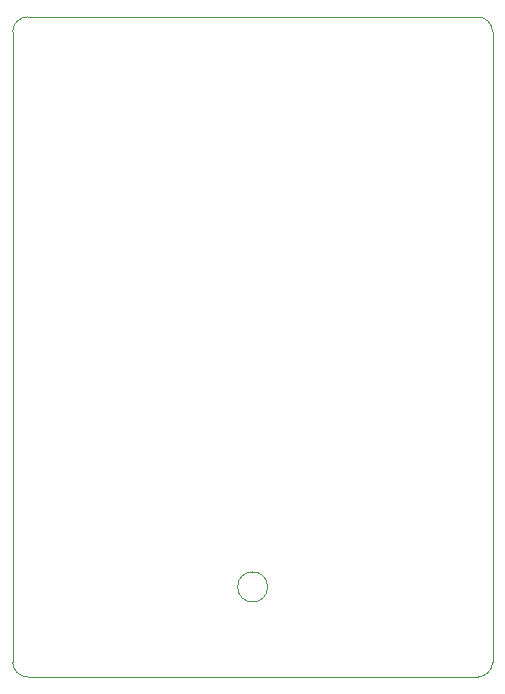
<source format=gbr>
%TF.GenerationSoftware,KiCad,Pcbnew,(5.1.9)-1*%
%TF.CreationDate,2021-09-08T22:39:26+09:00*%
%TF.ProjectId,esp-prog-adator,6573702d-7072-46f6-972d-616461746f72,rev?*%
%TF.SameCoordinates,Original*%
%TF.FileFunction,Profile,NP*%
%FSLAX46Y46*%
G04 Gerber Fmt 4.6, Leading zero omitted, Abs format (unit mm)*
G04 Created by KiCad (PCBNEW (5.1.9)-1) date 2021-09-08 22:39:26*
%MOMM*%
%LPD*%
G01*
G04 APERTURE LIST*
%TA.AperFunction,Profile*%
%ADD10C,0.100000*%
%TD*%
%TA.AperFunction,Profile*%
%ADD11C,0.050000*%
%TD*%
G04 APERTURE END LIST*
D10*
X119380000Y-120650000D02*
G75*
G02*
X118110000Y-121920000I-1270000J0D01*
G01*
X80010000Y-121920000D02*
G75*
G02*
X78740000Y-120650000I0J1270000D01*
G01*
X78740000Y-67310000D02*
G75*
G02*
X80010000Y-66040000I1270000J0D01*
G01*
X118110000Y-66040000D02*
G75*
G02*
X119380000Y-67310000I0J-1270000D01*
G01*
X78740000Y-120650000D02*
X78740000Y-67310000D01*
D11*
X100330000Y-114300000D02*
G75*
G03*
X100330000Y-114300000I-1270000J0D01*
G01*
D10*
X119380000Y-67310000D02*
X119380000Y-120650000D01*
X80010000Y-66040000D02*
X118110000Y-66040000D01*
X118110000Y-121920000D02*
X80010000Y-121920000D01*
M02*

</source>
